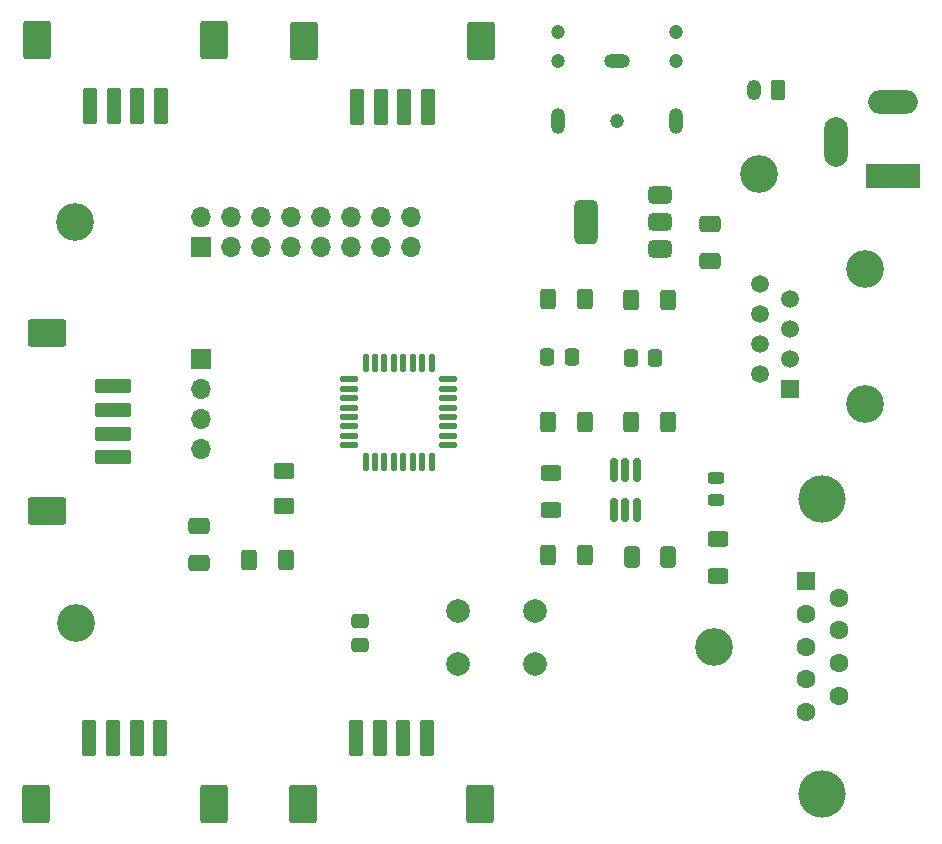
<source format=gbr>
%TF.GenerationSoftware,KiCad,Pcbnew,8.0.1*%
%TF.CreationDate,2024-05-29T14:30:23+02:00*%
%TF.ProjectId,CorntrolHub,436f726e-7472-46f6-9c48-75622e6b6963,rev?*%
%TF.SameCoordinates,Original*%
%TF.FileFunction,Soldermask,Top*%
%TF.FilePolarity,Negative*%
%FSLAX46Y46*%
G04 Gerber Fmt 4.6, Leading zero omitted, Abs format (unit mm)*
G04 Created by KiCad (PCBNEW 8.0.1) date 2024-05-29 14:30:23*
%MOMM*%
%LPD*%
G01*
G04 APERTURE LIST*
G04 Aperture macros list*
%AMRoundRect*
0 Rectangle with rounded corners*
0 $1 Rounding radius*
0 $2 $3 $4 $5 $6 $7 $8 $9 X,Y pos of 4 corners*
0 Add a 4 corners polygon primitive as box body*
4,1,4,$2,$3,$4,$5,$6,$7,$8,$9,$2,$3,0*
0 Add four circle primitives for the rounded corners*
1,1,$1+$1,$2,$3*
1,1,$1+$1,$4,$5*
1,1,$1+$1,$6,$7*
1,1,$1+$1,$8,$9*
0 Add four rect primitives between the rounded corners*
20,1,$1+$1,$2,$3,$4,$5,0*
20,1,$1+$1,$4,$5,$6,$7,0*
20,1,$1+$1,$6,$7,$8,$9,0*
20,1,$1+$1,$8,$9,$2,$3,0*%
G04 Aperture macros list end*
%ADD10RoundRect,0.250000X-0.400000X-0.625000X0.400000X-0.625000X0.400000X0.625000X-0.400000X0.625000X0*%
%ADD11RoundRect,0.250000X0.400000X0.625000X-0.400000X0.625000X-0.400000X-0.625000X0.400000X-0.625000X0*%
%ADD12RoundRect,0.250000X0.350000X1.300000X-0.350000X1.300000X-0.350000X-1.300000X0.350000X-1.300000X0*%
%ADD13RoundRect,0.250001X0.899999X1.399999X-0.899999X1.399999X-0.899999X-1.399999X0.899999X-1.399999X0*%
%ADD14C,3.200000*%
%ADD15RoundRect,0.250000X-0.350000X-1.300000X0.350000X-1.300000X0.350000X1.300000X-0.350000X1.300000X0*%
%ADD16RoundRect,0.250001X-0.899999X-1.399999X0.899999X-1.399999X0.899999X1.399999X-0.899999X1.399999X0*%
%ADD17RoundRect,0.250000X-0.412500X-0.650000X0.412500X-0.650000X0.412500X0.650000X-0.412500X0.650000X0*%
%ADD18R,1.700000X1.700000*%
%ADD19O,1.700000X1.700000*%
%ADD20RoundRect,0.243750X-0.456250X0.243750X-0.456250X-0.243750X0.456250X-0.243750X0.456250X0.243750X0*%
%ADD21R,1.500000X1.500000*%
%ADD22C,1.500000*%
%ADD23RoundRect,0.250000X-0.650000X0.412500X-0.650000X-0.412500X0.650000X-0.412500X0.650000X0.412500X0*%
%ADD24RoundRect,0.162500X0.162500X-0.837500X0.162500X0.837500X-0.162500X0.837500X-0.162500X-0.837500X0*%
%ADD25RoundRect,0.250000X0.350000X0.625000X-0.350000X0.625000X-0.350000X-0.625000X0.350000X-0.625000X0*%
%ADD26O,1.200000X1.750000*%
%ADD27C,4.000000*%
%ADD28R,1.600000X1.600000*%
%ADD29C,1.600000*%
%ADD30RoundRect,0.250000X-1.300000X0.350000X-1.300000X-0.350000X1.300000X-0.350000X1.300000X0.350000X0*%
%ADD31RoundRect,0.250001X-1.399999X0.899999X-1.399999X-0.899999X1.399999X-0.899999X1.399999X0.899999X0*%
%ADD32RoundRect,0.250000X-0.337500X-0.475000X0.337500X-0.475000X0.337500X0.475000X-0.337500X0.475000X0*%
%ADD33RoundRect,0.250000X0.625000X-0.400000X0.625000X0.400000X-0.625000X0.400000X-0.625000X-0.400000X0*%
%ADD34C,1.200000*%
%ADD35O,1.200000X2.200000*%
%ADD36O,2.200000X1.200000*%
%ADD37RoundRect,0.250000X-0.625000X0.400000X-0.625000X-0.400000X0.625000X-0.400000X0.625000X0.400000X0*%
%ADD38C,2.000000*%
%ADD39RoundRect,0.250001X0.624999X-0.462499X0.624999X0.462499X-0.624999X0.462499X-0.624999X-0.462499X0*%
%ADD40RoundRect,0.375000X0.625000X0.375000X-0.625000X0.375000X-0.625000X-0.375000X0.625000X-0.375000X0*%
%ADD41RoundRect,0.500000X0.500000X1.400000X-0.500000X1.400000X-0.500000X-1.400000X0.500000X-1.400000X0*%
%ADD42RoundRect,0.250000X0.475000X-0.337500X0.475000X0.337500X-0.475000X0.337500X-0.475000X-0.337500X0*%
%ADD43RoundRect,0.125000X-0.625000X-0.125000X0.625000X-0.125000X0.625000X0.125000X-0.625000X0.125000X0*%
%ADD44RoundRect,0.125000X-0.125000X-0.625000X0.125000X-0.625000X0.125000X0.625000X-0.125000X0.625000X0*%
%ADD45R,4.600000X2.000000*%
%ADD46O,4.200000X2.000000*%
%ADD47O,2.000000X4.200000*%
G04 APERTURE END LIST*
D10*
%TO.C,R7*%
X156500000Y-82700000D03*
X159600000Y-82700000D03*
%TD*%
D11*
%TO.C,R5*%
X159600000Y-93025000D03*
X156500000Y-93025000D03*
%TD*%
D12*
%TO.C,J2*%
X139270331Y-66355000D03*
X137270331Y-66355000D03*
X135270331Y-66355000D03*
X133270331Y-66355000D03*
D13*
X143790331Y-60755000D03*
X128750331Y-60755000D03*
%TD*%
D14*
%TO.C,REF\u002A\u002A*%
X163500000Y-112100000D03*
%TD*%
D15*
%TO.C,J5*%
X110620000Y-119800000D03*
X112620000Y-119800000D03*
X114620000Y-119800000D03*
X116620000Y-119800000D03*
D16*
X106100000Y-125400000D03*
X121140000Y-125400000D03*
%TD*%
D17*
%TO.C,C1*%
X156517500Y-104425000D03*
X159642500Y-104425000D03*
%TD*%
D18*
%TO.C,J6*%
X120060000Y-87660000D03*
D19*
X120060000Y-90200000D03*
X120060000Y-92740000D03*
X120060000Y-95280000D03*
%TD*%
D20*
%TO.C,D3*%
X163700000Y-97762500D03*
X163700000Y-99637500D03*
%TD*%
D14*
%TO.C,J9*%
X176250000Y-91507500D03*
X176250000Y-80077500D03*
D21*
X169900000Y-90237500D03*
D22*
X167360000Y-88967500D03*
X169900000Y-87697500D03*
X167360000Y-86427500D03*
X169900000Y-85157500D03*
X167360000Y-83887500D03*
X169900000Y-82617500D03*
X167360000Y-81347500D03*
%TD*%
D23*
%TO.C,C2*%
X163200000Y-76275000D03*
X163200000Y-79400000D03*
%TD*%
D24*
%TO.C,Q1*%
X155050000Y-100510000D03*
X156000000Y-100510000D03*
X156950000Y-100510000D03*
X156950000Y-97090000D03*
X156000000Y-97090000D03*
X155050000Y-97090000D03*
%TD*%
D15*
%TO.C,J4*%
X133200000Y-119800000D03*
X135200000Y-119800000D03*
X137200000Y-119800000D03*
X139200000Y-119800000D03*
D16*
X128680000Y-125400000D03*
X143720000Y-125400000D03*
%TD*%
D25*
%TO.C,BT1*%
X168890331Y-64905000D03*
D26*
X166890331Y-64905000D03*
%TD*%
D23*
%TO.C,C6*%
X119890331Y-101855000D03*
X119890331Y-104980000D03*
%TD*%
D11*
%TO.C,R3*%
X152550000Y-104325000D03*
X149450000Y-104325000D03*
%TD*%
D27*
%TO.C,J7*%
X172680000Y-124545000D03*
X172680000Y-99545000D03*
D28*
X171260000Y-106505000D03*
D29*
X171260000Y-109275000D03*
X171260000Y-112045000D03*
X171260000Y-114815000D03*
X171260000Y-117585000D03*
X174100000Y-107890000D03*
X174100000Y-110660000D03*
X174100000Y-113430000D03*
X174100000Y-116200000D03*
%TD*%
D14*
%TO.C,REF\u002A\u002A*%
X167300000Y-72000000D03*
%TD*%
D30*
%TO.C,J3*%
X112650000Y-90000000D03*
X112650000Y-92000000D03*
X112650000Y-94000000D03*
X112650000Y-96000000D03*
D31*
X107050000Y-85480000D03*
X107050000Y-100520000D03*
%TD*%
D32*
%TO.C,C4*%
X156442500Y-87600000D03*
X158517500Y-87600000D03*
%TD*%
D33*
%TO.C,R1*%
X163800000Y-106050000D03*
X163800000Y-102950000D03*
%TD*%
D34*
%TO.C,J10*%
X160300000Y-62500000D03*
X160300000Y-60000000D03*
X155300000Y-67500000D03*
X150300000Y-62500000D03*
X150300000Y-60000000D03*
D35*
X160300000Y-67500000D03*
D36*
X155300000Y-62500000D03*
D35*
X150300000Y-67500000D03*
%TD*%
D37*
%TO.C,R2*%
X149670000Y-97350000D03*
X149670000Y-100450000D03*
%TD*%
D11*
%TO.C,R4*%
X152550000Y-93000000D03*
X149450000Y-93000000D03*
%TD*%
D12*
%TO.C,J1*%
X116690331Y-66255000D03*
X114690331Y-66255000D03*
X112690331Y-66255000D03*
X110690331Y-66255000D03*
D13*
X121210331Y-60655000D03*
X106170331Y-60655000D03*
%TD*%
D38*
%TO.C,SW1*%
X148350000Y-113550000D03*
X141850000Y-113550000D03*
X148350000Y-109050000D03*
X141850000Y-109050000D03*
%TD*%
D18*
%TO.C,J8*%
X120060000Y-78200000D03*
D19*
X120060000Y-75660000D03*
X122600000Y-78200000D03*
X122600000Y-75660000D03*
X125140000Y-78200000D03*
X125140000Y-75660000D03*
X127680000Y-78200000D03*
X127680000Y-75660000D03*
X130220000Y-78200000D03*
X130220000Y-75660000D03*
X132760000Y-78200000D03*
X132760000Y-75660000D03*
X135300000Y-78200000D03*
X135300000Y-75660000D03*
X137840000Y-78200000D03*
X137840000Y-75660000D03*
%TD*%
D14*
%TO.C,REF\u002A\u002A*%
X109400000Y-76100000D03*
%TD*%
D10*
%TO.C,R8*%
X149450000Y-82600000D03*
X152550000Y-82600000D03*
%TD*%
D39*
%TO.C,D2*%
X127100000Y-100175000D03*
X127100000Y-97200000D03*
%TD*%
D40*
%TO.C,U1*%
X158950000Y-78400000D03*
X158950000Y-76100000D03*
D41*
X152650000Y-76100000D03*
D40*
X158950000Y-73800000D03*
%TD*%
D42*
%TO.C,C3*%
X133500000Y-111937500D03*
X133500000Y-109862500D03*
%TD*%
D32*
%TO.C,C5*%
X149392500Y-87500000D03*
X151467500Y-87500000D03*
%TD*%
D14*
%TO.C,REF\u002A\u002A*%
X109500000Y-110000000D03*
%TD*%
D43*
%TO.C,IC1*%
X132625000Y-89400000D03*
X132625000Y-90200000D03*
X132625000Y-91000000D03*
X132625000Y-91800000D03*
X132625000Y-92600000D03*
X132625000Y-93400000D03*
X132625000Y-94200000D03*
X132625000Y-95000000D03*
D44*
X134000000Y-96375000D03*
X134800000Y-96375000D03*
X135600000Y-96375000D03*
X136400000Y-96375000D03*
X137200000Y-96375000D03*
X138000000Y-96375000D03*
X138800000Y-96375000D03*
X139600000Y-96375000D03*
D43*
X140975000Y-95000000D03*
X140975000Y-94200000D03*
X140975000Y-93400000D03*
X140975000Y-92600000D03*
X140975000Y-91800000D03*
X140975000Y-91000000D03*
X140975000Y-90200000D03*
X140975000Y-89400000D03*
D44*
X139600000Y-88025000D03*
X138800000Y-88025000D03*
X138000000Y-88025000D03*
X137200000Y-88025000D03*
X136400000Y-88025000D03*
X135600000Y-88025000D03*
X134800000Y-88025000D03*
X134000000Y-88025000D03*
%TD*%
D10*
%TO.C,R6*%
X124150000Y-104700000D03*
X127250000Y-104700000D03*
%TD*%
D45*
%TO.C,J12*%
X178640331Y-72205000D03*
D46*
X178640331Y-65905000D03*
D47*
X173840331Y-69305000D03*
%TD*%
M02*

</source>
